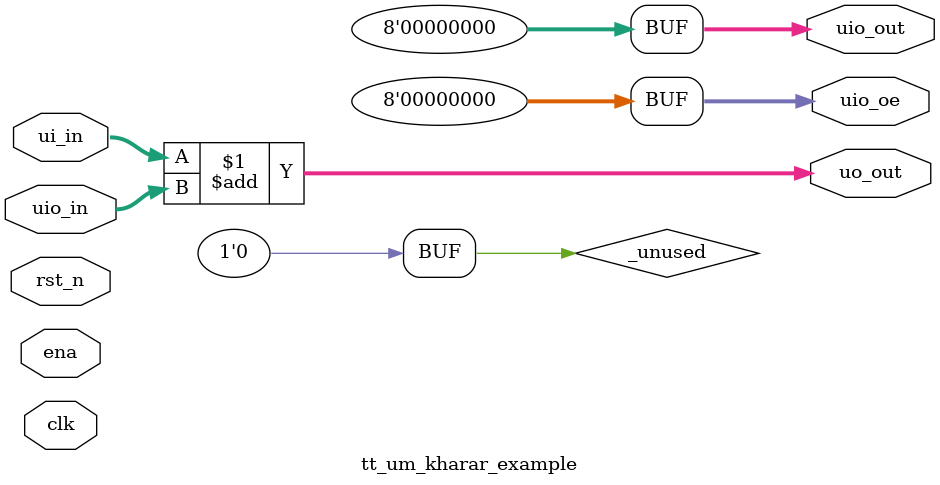
<source format=v>
/*
 * Copyright (c) 2024 Your Name
 * SPDX-License-Identifier: Apache-2.0
 */

`default_nettype none

module tt_um_kharar_example (
    input  wire [7:0] ui_in,    // Dedicated inputs
    output wire [7:0] uo_out,   // Dedicated outputs
    input  wire [7:0] uio_in,   // IOs: Input path
    output wire [7:0] uio_out,  // IOs: Output path
    output wire [7:0] uio_oe,   // IOs: Enable path (active high: 0=input, 1=output)
    input  wire       ena,      // always 1 when the design is powered, so you can ignore it
    input  wire       clk,      // clock
    input  wire       rst_n     // reset_n - low to reset
);

  // All output pins must be assigned. If not used, assign to 0.
  assign uo_out  = ui_in + uio_in;  // Example: ou_out is the sum of ui_in and uio_in
  assign uio_out = 0;
  assign uio_oe  = 0;

  // List all unused inputs to prevent warnings
  wire _unused = &{ena, clk, rst_n, 1'b0};

endmodule

</source>
